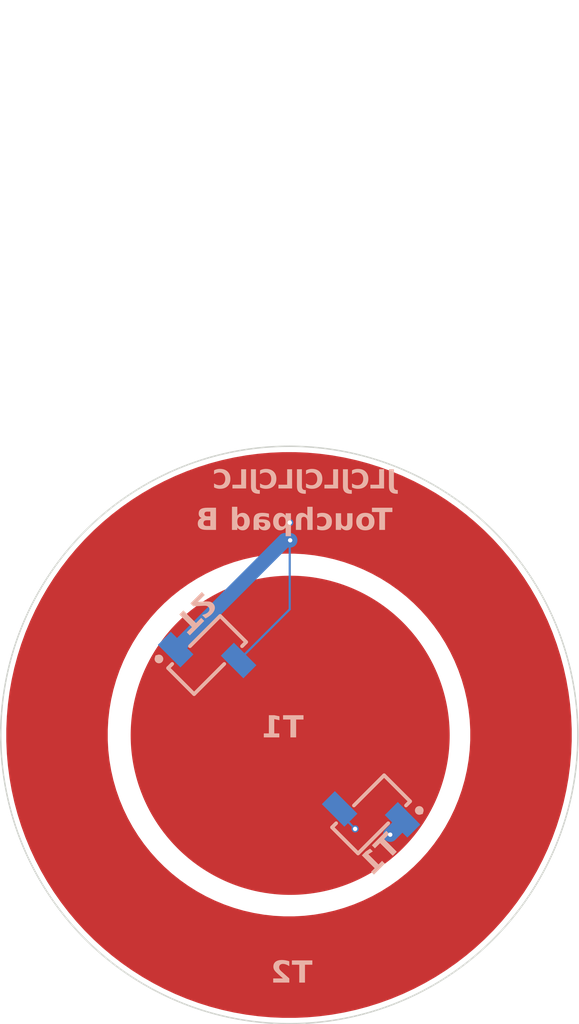
<source format=kicad_pcb>
(kicad_pcb (version 20221018) (generator pcbnew)
  (layers (0 "F.Cu" signal) (31 "B.Cu" signal) (34 "B.Paste" user) (35 "F.Paste" user) (36 "B.SilkS" user "B.Silkscreen") (37 "F.SilkS" user "F.Silkscreen") (38 "B.Mask" user) (39 "F.Mask" user) (44 "Edge.Cuts" user))
  (net 0 "")
  (net 1 "Net-(T1-Pad1)")
  (net 2 "Net-(T2-Pad1)")
  (footprint "footprint:Touchpad inner circle" (layer "F.Cu") (at 103.181082 66.349705)
    (fp_text reference "T1" hide)
    (fp_text value "Inner circle")
    (pad "1" smd circle (at 0 0) (size 22 22) (layers "F.Cu" "F.Mask") (net 1 "Net-(T1-Pad1)"))
  )
  (footprint "footprint:Touchpad outer circle" (layer "F.Cu") (at 103.1 50.33)
    (fp_text reference "T2" hide)
    (fp_text value "Outer circle")
    (pad "1" smd custom (at 0 0) (size 7 7) (layers "F.Cu") (net 2 "Net-(T2-Pad1)") (options (clearance outline) (anchor circle)) (primitives (gr_circle (center 0 16) (end 16 16) (width 7) (fill none))))
  )
  (footprint "footprint:HDR-SMD_2P-P2.54_XKB_X6511WVS-02H-C60D48R2" (layer "B.Cu") (at 108.761082 71.799705 -135)
    (fp_text reference "U1" hide)
    (fp_text value "X6511WVS-02H-C60D48R2")
    (fp_line (start -2.540005 -1.270028) (end -2.540005 1.269977) (stroke (width 0.254)) (layer "B.SilkS"))
    (fp_line (start -2.540005 1.269977) (end 0.403886 1.269977) (stroke (width 0.254)) (layer "B.SilkS"))
    (fp_line (start -2.136119 -1.270028) (end -2.540005 -1.270028) (stroke (width 0.254)) (layer "B.SilkS"))
    (fp_line (start 2.540005 -1.269241) (end -0.403861 -1.269241) (stroke (width 0.254)) (layer "B.SilkS"))
    (fp_line (start 2.540005 1.270765) (end 2.136144 1.270765) (stroke (width 0.254)) (layer "B.SilkS"))
    (fp_line (start 2.540005 1.270765) (end 2.540005 -1.269241) (stroke (width 0.254)) (layer "B.SilkS"))
    (fp_circle (center -2.540005 -2.400127) (end -2.510008 -2.400127) (stroke (width 0.059995)) (fill none) (layer "B.SilkS"))
    (fp_circle (center -2.540005 -2.159004) (end -2.389891 -2.159004) (stroke (width 0.3)) (fill none) (layer "B.SilkS"))
    (pad "1" smd rect (at -1.270003 -1.800102 225) (size 1.270003 2.2) (layers "B.Cu" "B.Paste" "B.Mask") (net 1 "Net-(T1-Pad1)"))
    (pad "2" smd rect (at 1.270003 1.800102 225) (size 1.270003 2.2) (layers "B.Cu" "B.Paste" "B.Mask") (net 1 "Net-(T1-Pad1)"))
  )
  (footprint "footprint:HDR-SMD_2P-P2.54_XKB_X6511WVS-02H-C60D48R2" (layer "B.Cu") (at 97.453628 60.819445 45)
    (fp_text reference "U3" hide)
    (fp_text value "X6511WVS-02H-C60D48R2")
    (fp_line (start -2.540005 -1.270028) (end -2.540005 1.269977) (stroke (width 0.254)) (layer "B.SilkS"))
    (fp_line (start -2.540005 1.269977) (end 0.403886 1.269977) (stroke (width 0.254)) (layer "B.SilkS"))
    (fp_line (start -2.136119 -1.270028) (end -2.540005 -1.270028) (stroke (width 0.254)) (layer "B.SilkS"))
    (fp_line (start 2.540005 -1.269241) (end -0.403861 -1.269241) (stroke (width 0.254)) (layer "B.SilkS"))
    (fp_line (start 2.540005 1.270765) (end 2.136144 1.270765) (stroke (width 0.254)) (layer "B.SilkS"))
    (fp_line (start 2.540005 1.270765) (end 2.540005 -1.269241) (stroke (width 0.254)) (layer "B.SilkS"))
    (fp_circle (center -2.540005 -2.400127) (end -2.510008 -2.400127) (stroke (width 0.059995)) (fill none) (layer "B.SilkS"))
    (fp_circle (center -2.540005 -2.159004) (end -2.389891 -2.159004) (stroke (width 0.3)) (fill none) (layer "B.SilkS"))
    (pad "1" smd rect (at -1.270003 -1.800102 45) (size 1.270003 2.2) (layers "B.Cu" "B.Paste" "B.Mask") (net 2 "Net-(T2-Pad1)"))
    (pad "2" smd rect (at 1.270003 1.800102 45) (size 1.270003 2.2) (layers "B.Cu" "B.Paste" "B.Mask") (net 2 "Net-(T2-Pad1)"))
  )
  (gr_circle (center 103.120097 66.328963) (end 123.020097 66.328963) (stroke (width 0.1)) (fill none) (layer "Edge.Cuts"))
  (gr_text "Touchpad B" (at 103.45 52.45) (layer "B.SilkS") (effects (font (size 1.5 1.5) (thickness 0.3) bold) (justify bottom mirror)))
  (gr_text "T2" (at 94.99 58.21 225) (layer "B.SilkS") (effects (font (size 1.5 1.5) (thickness 0.3) bold) (justify left bottom mirror)))
  (gr_text "JLCJLCJLCJLC" (at 110.5 49.56) (layer "B.SilkS") (effects (font (size 1.3 1.3) (thickness 0.3) bold) (justify left bottom mirror)))
  (gr_text "T1" (at 111.08 74.19 45) (layer "B.SilkS") (effects (font (size 1.5 1.5) (thickness 0.3) bold) (justify left bottom mirror)))
  (gr_text "T2" (at 104.72 83.65) (layer "B.SilkS") (effects (font (size 1.5 1.5) (thickness 0.3) bold) (justify left bottom mirror)))
  (gr_text "T1" (at 104.11 66.75) (layer "B.SilkS") (effects (font (size 1.5 1.5) (thickness 0.3) bold) (justify left bottom mirror)))
  (via (at 107.66 72.8) (size 0.5) (drill 0.3) (layers "F.Cu" "B.Cu") (net 1))
  (via (at 110.08 73.2) (size 0.5) (drill 0.3) (layers "F.Cu" "B.Cu") (net 1))
  (segment (start 106.59019 71.73019) (end 107.66 72.8) (width 0.15) (layer "B.Cu") (net 1))
  (segment (start 106.59019 71.424868) (end 106.59019 71.73019) (width 0.15) (layer "B.Cu") (net 1))
  (segment (start 110.931974 72.174542) (end 110.931974 72.348026) (width 1) (layer "B.Cu") (net 1))
  (segment (start 110.931974 72.348026) (end 110.08 73.2) (width 1) (layer "B.Cu") (net 1))
  (via (at 103.15 51.69) (size 0.5) (drill 0.3) (layers "F.Cu" "B.Cu") (net 2))
  (via (at 103.18 52.91) (size 0.5) (drill 0.3) (layers "F.Cu" "B.Cu") (net 2))
  (segment (start 99.62452 61.194282) (end 103.15 57.668802) (width 0.15) (layer "B.Cu") (net 2))
  (segment (start 95.282736 60.444608) (end 102.817344 52.91) (width 1) (layer "B.Cu") (net 2))
  (segment (start 103.15 52.94) (end 103.18 52.91) (width 0.15) (layer "B.Cu") (net 2))
  (segment (start 103.18 52.91) (end 103.15 52.88) (width 0.15) (layer "B.Cu") (net 2))
  (segment (start 102.817344 52.91) (end 103.18 52.91) (width 1) (layer "B.Cu") (net 2))
  (segment (start 103.15 57.668802) (end 103.15 52.94) (width 0.15) (layer "B.Cu") (net 2))
  (segment (start 103.15 52.88) (end 103.15 51.69) (width 0.15) (layer "B.Cu") (net 2))
)
</source>
